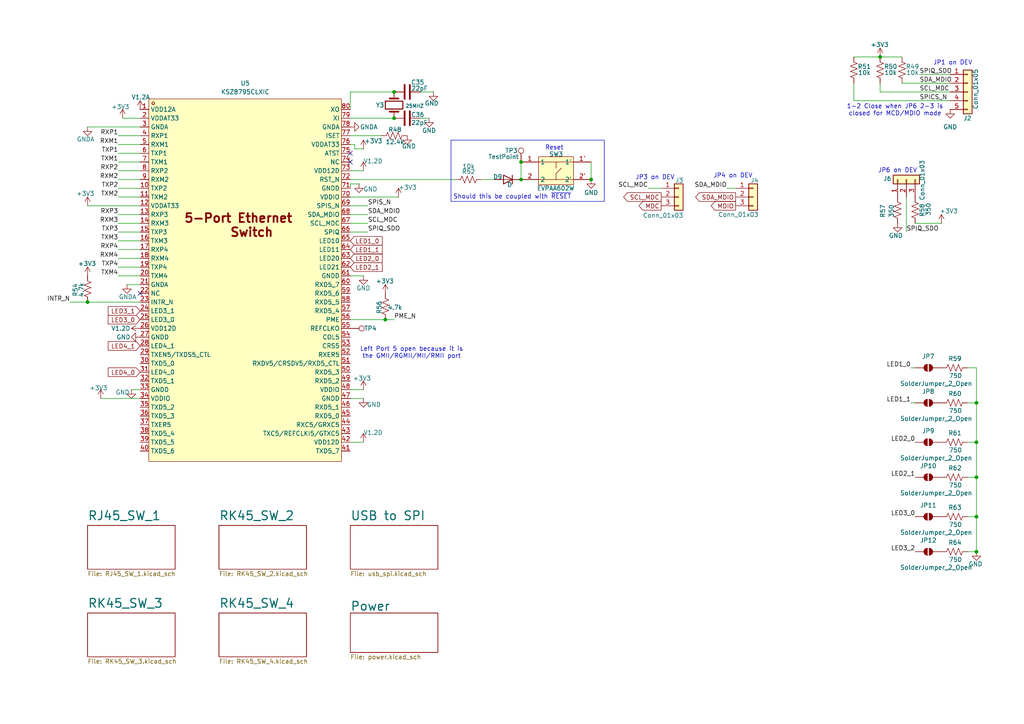
<source format=kicad_sch>
(kicad_sch (version 20250114) (generator "eeschema") (generator_version "9.0")
  (paper "A4")
  (title_block (date "2025-04-01") (rev "1") (company "Bronco Space") (comment 1 "SCALES") (comment 2 "By John Pollak"))
  (lib_symbols
    (symbol "Connector:TestPoint" (pin_numbers (hide yes)) (pin_names (offset 0.762) (hide yes))
      (property "Reference" "TP" (at 0 6.858 0))
      (property "Value" "TestPoint" (at 0 5.08 0))
      (symbol "TestPoint_0_1"
        (circle (center 0 3.302) (radius 0.762))
      )
      (symbol "TestPoint_1_1"
        (pin passive line (at 0 0 90) (length 2.54) (name "1") (number "1"))
      )
    )
    (symbol "Connector_Generic:Conn_01x03" (pin_names (offset 1.016) (hide yes))
      (property "Reference" "J" (at 0 5.08 0))
      (property "Value" "Conn_01x03" (at 0 -5.08 0))
      (symbol "Conn_01x03_1_1"
        (rectangle (start -1.27 3.81) (end 1.27 -3.81) (stroke (width 0.254)) (fill (type background)))
        (rectangle (start -1.27 2.667) (end 0 2.413) (stroke (width 0.1524)))
        (rectangle (start -1.27 0.127) (end 0 -0.127) (stroke (width 0.1524)))
        (rectangle (start -1.27 -2.413) (end 0 -2.667) (stroke (width 0.1524)))
        (pin passive line (at -5.08 2.54 0) (length 3.81) (name "Pin_1") (number "1"))
        (pin passive line (at -5.08 0 0) (length 3.81) (name "Pin_2") (number "2"))
        (pin passive line (at -5.08 -2.54 0) (length 3.81) (name "Pin_3") (number "3"))
      )
    )
    (symbol "Connector_Generic:Conn_01x05" (pin_names (offset 1.016) (hide yes))
      (property "Reference" "J" (at 0 7.62 0))
      (property "Value" "Conn_01x05" (at 0 -7.62 0))
      (symbol "Conn_01x05_1_1"
        (rectangle (start -1.27 6.35) (end 1.27 -6.35) (stroke (width 0.254)) (fill (type background)))
        (rectangle (start -1.27 5.207) (end 0 4.953) (stroke (width 0.1524)))
        (rectangle (start -1.27 2.667) (end 0 2.413) (stroke (width 0.1524)))
        (rectangle (start -1.27 0.127) (end 0 -0.127) (stroke (width 0.1524)))
        (rectangle (start -1.27 -2.413) (end 0 -2.667) (stroke (width 0.1524)))
        (rectangle (start -1.27 -4.953) (end 0 -5.207) (stroke (width 0.1524)))
        (pin passive line (at -5.08 5.08 0) (length 3.81) (name "Pin_1") (number "1"))
        (pin passive line (at -5.08 2.54 0) (length 3.81) (name "Pin_2") (number "2"))
        (pin passive line (at -5.08 0 0) (length 3.81) (name "Pin_3") (number "3"))
        (pin passive line (at -5.08 -2.54 0) (length 3.81) (name "Pin_4") (number "4"))
        (pin passive line (at -5.08 -5.08 0) (length 3.81) (name "Pin_5") (number "5"))
      )
    )
    (symbol "Device:C" (pin_numbers (hide yes)) (pin_names (offset 0.254))
      (property "Reference" "C" (at 0.635 2.54 0))
      (property "Value" "C" (at 0.635 -2.54 0))
      (symbol "C_0_1"
        (polyline (pts (xy -2.032 0.762) (xy 2.032 0.762)) (stroke (width 0.508)))
        (polyline (pts (xy -2.032 -0.762) (xy 2.032 -0.762)) (stroke (width 0.508)))
      )
      (symbol "C_1_1"
        (pin passive line (at 0 3.81 270) (length 2.794) (name "~") (number "1"))
        (pin passive line (at 0 -3.81 90) (length 2.794) (name "~") (number "2"))
      )
    )
    (symbol "Device:Crystal" (pin_numbers (hide yes)) (pin_names (offset 1.016) (hide yes))
      (property "Reference" "Y" (at 0 3.81 0))
      (property "Value" "Crystal" (at 0 -3.81 0))
      (symbol "Crystal_0_1"
        (polyline (pts (xy -2.54 0) (xy -1.905 0)))
        (polyline (pts (xy -1.905 -1.27) (xy -1.905 1.27)) (stroke (width 0.508)))
        (rectangle (start -1.143 2.54) (end 1.143 -2.54) (stroke (width 0.3048)))
        (polyline (pts (xy 1.905 -1.27) (xy 1.905 1.27)) (stroke (width 0.508)))
        (polyline (pts (xy 2.54 0) (xy 1.905 0)))
      )
      (symbol "Crystal_1_1"
        (pin passive line (at -3.81 0 0) (length 1.27) (name "1") (number "1"))
        (pin passive line (at 3.81 0 180) (length 1.27) (name "2") (number "2"))
      )
    )
    (symbol "Device:D" (pin_numbers (hide yes)) (pin_names (offset 1.016) (hide yes))
      (property "Reference" "D" (at 0 2.54 0))
      (property "Value" "D" (at 0 -2.54 0))
      (symbol "D_0_1"
        (polyline (pts (xy -1.27 1.27) (xy -1.27 -1.27)) (stroke (width 0.254)))
        (polyline (pts (xy 1.27 1.27) (xy 1.27 -1.27) (xy -1.27 0) (xy 1.27 1.27)) (stroke (width 0.254)))
        (polyline (pts (xy 1.27 0) (xy -1.27 0)))
      )
      (symbol "D_1_1"
        (pin passive line (at -3.81 0 0) (length 2.54) (name "K") (number "1"))
        (pin passive line (at 3.81 0 180) (length 2.54) (name "A") (number "2"))
      )
    )
    (symbol "Device:R_US" (pin_numbers (hide yes)) (pin_names (offset 0))
      (property "Reference" "R" (at 2.54 0 90))
      (property "Value" "R_US" (at -2.54 0 90))
      (symbol "R_US_0_1"
        (polyline (pts (xy 0 2.286) (xy 0 2.54)))
        (polyline (pts (xy 0 2.286) (xy 1.016 1.905) (xy 0 1.524) (xy -1.016 1.143) (xy 0 0.762)))
        (polyline (pts (xy 0 0.762) (xy 1.016 0.381) (xy 0 0) (xy -1.016 -0.381) (xy 0 -0.762)))
        (polyline (pts (xy 0 -0.762) (xy 1.016 -1.143) (xy 0 -1.524) (xy -1.016 -1.905) (xy 0 -2.286)))
        (polyline (pts (xy 0 -2.286) (xy 0 -2.54)))
      )
      (symbol "R_US_1_1"
        (pin passive line (at 0 3.81 270) (length 1.27) (name "~") (number "1"))
        (pin passive line (at 0 -3.81 90) (length 1.27) (name "~") (number "2"))
      )
    )
    (symbol "Jumper:SolderJumper_2_Open" (pin_numbers (hide yes)) (pin_names (offset 0) (hide yes)) (exclude_from_sim yes) (in_bom no)
      (property "Reference" "JP" (at 0 2.032 0))
      (property "Value" "SolderJumper_2_Open" (at 0 -2.54 0))
      (symbol "SolderJumper_2_Open_0_1"
        (polyline (pts (xy -0.254 1.016) (xy -0.254 -1.016)))
        (arc (start -0.254 -1.016) (mid -1.2656 0) (end -0.254 1.016))
        (arc (start -0.254 -1.016) (mid -1.2656 0) (end -0.254 1.016) (fill (type outline)))
        (arc (start 0.254 1.016) (mid 1.2656 0) (end 0.254 -1.016))
        (arc (start 0.254 1.016) (mid 1.2656 0) (end 0.254 -1.016) (fill (type outline)))
        (polyline (pts (xy 0.254 1.016) (xy 0.254 -1.016)))
      )
      (symbol "SolderJumper_2_Open_1_1"
        (pin passive line (at -3.81 0 0) (length 2.54) (name "A") (number "1"))
        (pin passive line (at 3.81 0 180) (length 2.54) (name "B") (number "2"))
      )
    )
    (symbol "easyeda2kicad:EVPAA602W"
      (property "Reference" "SW" (at 0 7.62 0))
      (property "Value" "EVPAA602W" (at 0 -7.62 0))
      (symbol "EVPAA602W_0_1"
        (rectangle (start -5.08 4.06) (end 5.08 -4.06) (fill (type background)))
        (polyline (pts (xy -5.08 2.54) (xy 5.08 2.54)))
        (polyline (pts (xy -5.08 -2.54) (xy 5.08 -2.54)))
        (polyline (pts (xy 0 2.54) (xy 0 1.02) (xy 0 0.76)))
        (polyline (pts (xy 0 -2.54) (xy 0 -0.76) (xy 1.52 0.76)))
        (pin unspecified line (at -10.16 2.54 0) (length 5.08) (name "1") (number "1"))
        (pin unspecified line (at -10.16 -2.54 0) (length 5.08) (name "2") (number "2"))
        (pin unspecified line (at 10.16 2.54 180) (length 5.08) (name "1'") (number "1'"))
        (pin unspecified line (at 10.16 -2.54 180) (length 5.08) (name "2'") (number "2'"))
      )
    )
    (symbol "easyeda2kicad:KSZ8795CLXIC"
      (property "Reference" "U5" (at 0 57.15 0))
      (property "Value" "KSZ8795CLXIC" (at 0 54.61 0))
      (symbol "KSZ8795CLXIC_0_1"
        (rectangle (start -27.94 52.58) (end 27.94 -52.58) (fill (type background)))
        (circle (center -26.67 51.31) (radius 0.38))
        (circle (center -26.67 51.31) (radius 0.38))
        (pin unspecified line (at -30.48 49.53 0) (length 2.54) (name "VDD12A") (number "1"))
        (pin unspecified line (at -30.48 46.99 0) (length 2.54) (name "VDDAT33") (number "2"))
        (pin unspecified line (at -30.48 44.45 0) (length 2.54) (name "GNDA") (number "3"))
        (pin unspecified line (at -30.48 41.91 0) (length 2.54) (name "RXP1") (number "4"))
        (pin unspecified line (at -30.48 39.37 0) (length 2.54) (name "RXM1") (number "5"))
        (pin unspecified line (at -30.48 36.83 0) (length 2.54) (name "TXP1") (number "6"))
        (pin unspecified line (at -30.48 34.29 0) (length 2.54) (name "TXM1") (number "7"))
        (pin unspecified line (at -30.48 31.75 0) (length 2.54) (name "RXP2") (number "8"))
        (pin unspecified line (at -30.48 29.21 0) (length 2.54) (name "RXM2") (number "9"))
        (pin unspecified line (at -30.48 26.67 0) (length 2.54) (name "TXP2") (number "10"))
        (pin unspecified line (at -30.48 24.13 0) (length 2.54) (name "TXM2") (number "11"))
        (pin unspecified line (at -30.48 21.59 0) (length 2.54) (name "VDDAT33") (number "12"))
        (pin unspecified line (at -30.48 19.05 0) (length 2.54) (name "RXP3") (number "13"))
        (pin unspecified line (at -30.48 16.51 0) (length 2.54) (name "RXM3") (number "14"))
        (pin unspecified line (at -30.48 13.97 0) (length 2.54) (name "TXP3") (number "15"))
        (pin unspecified line (at -30.48 11.43 0) (length 2.54) (name "TXM3") (number "16"))
        (pin unspecified line (at -30.48 8.89 0) (length 2.54) (name "RXP4") (number "17"))
        (pin unspecified line (at -30.48 6.35 0) (length 2.54) (name "RXM4") (number "18"))
        (pin unspecified line (at -30.48 3.81 0) (length 2.54) (name "TXP4") (number "19"))
        (pin unspecified line (at -30.48 1.27 0) (length 2.54) (name "TXM4") (number "20"))
        (pin unspecified line (at -30.48 -1.27 0) (length 2.54) (name "GNDA") (number "21"))
        (pin unspecified line (at -30.48 -3.81 0) (length 2.54) (name "NC") (number "22"))
        (pin unspecified line (at -30.48 -6.35 0) (length 2.54) (name "INTR_N") (number "23"))
        (pin unspecified line (at -30.48 -8.89 0) (length 2.54) (name "LED3_1") (number "24"))
        (pin unspecified line (at -30.48 -11.43 0) (length 2.54) (name "LED3_0") (number "25"))
        (pin unspecified line (at -30.48 -13.97 0) (length 2.54) (name "VDD12D") (number "26"))
        (pin unspecified line (at -30.48 -16.51 0) (length 2.54) (name "GNDD") (number "27"))
        (pin unspecified line (at -30.48 -19.05 0) (length 2.54) (name "LED4_1") (number "28"))
        (pin unspecified line (at -30.48 -21.59 0) (length 2.54) (name "TXEN5/TXDS5_CTL") (number "29"))
        (pin unspecified line (at -30.48 -24.13 0) (length 2.54) (name "TXD5_0") (number "30"))
        (pin unspecified line (at -30.48 -26.67 0) (length 2.54) (name "LED4_0") (number "31"))
        (pin unspecified line (at -30.48 -29.21 0) (length 2.54) (name "TXD5_1") (number "32"))
        (pin unspecified line (at -30.48 -31.75 0) (length 2.54) (name "GNDD") (number "33"))
        (pin unspecified line (at -30.48 -34.29 0) (length 2.54) (name "VDDIO") (number "34"))
        (pin unspecified line (at -30.48 -36.83 0) (length 2.54) (name "TXD5_2") (number "35"))
        (pin unspecified line (at -30.48 -39.37 0) (length 2.54) (name "TXD5_3") (number "36"))
        (pin unspecified line (at -30.48 -41.91 0) (length 2.54) (name "TXER5") (number "37"))
        (pin unspecified line (at -30.48 -44.45 0) (length 2.54) (name "TXD5_4") (number "38"))
        (pin unspecified line (at -30.48 -46.99 0) (length 2.54) (name "TXD5_5") (number "39"))
        (pin unspecified line (at -30.48 -49.53 0) (length 2.54) (name "TXD5_6") (number "40"))
        (pin unspecified line (at 30.48 49.53 180) (length 2.54) (name "XO") (number "80"))
        (pin unspecified line (at 30.48 46.99 180) (length 2.54) (name "XI") (number "79"))
        (pin unspecified line (at 30.48 44.45 180) (length 2.54) (name "GNDA") (number "78"))
        (pin unspecified line (at 30.48 41.91 180) (length 2.54) (name "ISET") (number "77"))
        (pin unspecified line (at 30.48 39.37 180) (length 2.54) (name "VDDAT33") (number "76"))
        (pin unspecified line (at 30.48 36.83 180) (length 2.54) (name "ATST") (number "75"))
        (pin unspecified line (at 30.48 34.29 180) (length 2.54) (name "NC") (number "74"))
        (pin unspecified line (at 30.48 31.75 180) (length 2.54) (name "VDD12D") (number "73"))
        (pin unspecified line (at 30.48 29.21 180) (length 2.54) (name "RST_N") (number "72"))
        (pin unspecified line (at 30.48 26.67 180) (length 2.54) (name "GNDD") (number "71"))
        (pin unspecified line (at 30.48 24.13 180) (length 2.54) (name "VDDIO") (number "70"))
        (pin unspecified line (at 30.48 21.59 180) (length 2.54) (name "SPIS_N") (number "69"))
        (pin unspecified line (at 30.48 19.05 180) (length 2.54) (name "SDA_MDIO") (number "68"))
        (pin unspecified line (at 30.48 16.51 180) (length 2.54) (name "SCL_MDC") (number "67"))
        (pin unspecified line (at 30.48 13.97 180) (length 2.54) (name "SPIQ") (number "66"))
        (pin unspecified line (at 30.48 11.43 180) (length 2.54) (name "LED10") (number "65"))
        (pin unspecified line (at 30.48 8.89 180) (length 2.54) (name "LED11") (number "64"))
        (pin unspecified line (at 30.48 6.35 180) (length 2.54) (name "LED20") (number "63"))
        (pin unspecified line (at 30.48 3.81 180) (length 2.54) (name "LED21") (number "62"))
        (pin unspecified line (at 30.48 1.27 180) (length 2.54) (name "GNDD") (number "61"))
        (pin unspecified line (at 30.48 -1.27 180) (length 2.54) (name "RXD5_7") (number "60"))
        (pin unspecified line (at 30.48 -3.81 180) (length 2.54) (name "RXD5_6") (number "59"))
        (pin unspecified line (at 30.48 -6.35 180) (length 2.54) (name "RXD5_5") (number "58"))
        (pin unspecified line (at 30.48 -8.89 180) (length 2.54) (name "RXD5_4") (number "57"))
        (pin unspecified line (at 30.48 -11.43 180) (length 2.54) (name "PME") (number "56"))
        (pin unspecified line (at 30.48 -13.97 180) (length 2.54) (name "REFCLKO") (number "55"))
        (pin unspecified line (at 30.48 -16.51 180) (length 2.54) (name "COL5") (number "54"))
        (pin unspecified line (at 30.48 -19.05 180) (length 2.54) (name "CRS5") (number "53"))
        (pin unspecified line (at 30.48 -21.59 180) (length 2.54) (name "RXER5") (number "52"))
        (pin unspecified line (at 30.48 -24.13 180) (length 2.54) (name "RXDV5/CRSDV5/RXD5_CTL") (number "51"))
        (pin unspecified line (at 30.48 -26.67 180) (length 2.54) (name "RXD5_3") (number "50"))
        (pin unspecified line (at 30.48 -29.21 180) (length 2.54) (name "RXD5_2") (number "49"))
        (pin unspecified line (at 30.48 -31.75 180) (length 2.54) (name "VDDIO") (number "48"))
        (pin unspecified line (at 30.48 -34.29 180) (length 2.54) (name "GNDD") (number "47"))
        (pin unspecified line (at 30.48 -36.83 180) (length 2.54) (name "RXD5_1") (number "46"))
        (pin unspecified line (at 30.48 -39.37 180) (length 2.54) (name "RXD5_0") (number "45"))
        (pin unspecified line (at 30.48 -41.91 180) (length 2.54) (name "RXC5/GRXC5") (number "44"))
        (pin unspecified line (at 30.48 -44.45 180) (length 2.54) (name "TXC5/REFCLKI5/GTXC5") (number "43"))
        (pin unspecified line (at 30.48 -46.99 180) (length 2.54) (name "VDD12D") (number "42"))
        (pin unspecified line (at 30.48 -49.53 180) (length 2.54) (name "TXD5_7") (number "41"))
      )
      (symbol "KSZ8795CLXIC_1_1"
        (text "5-Port Ethernet \n   Switch" (at -1.016 16.002 0) (effects (font (size 2.54 2.54) (thickness 0.508) (bold yes))))
      )
    )
    (symbol "power:+1V2" (power) (pin_numbers (hide yes)) (pin_names (offset 0) (hide yes))
      (property "Value" "+1V2" (at 0 3.556 0))
      (symbol "+1V2_0_1"
        (polyline (pts (xy -0.762 1.27) (xy 0 2.54)))
        (polyline (pts (xy 0 2.54) (xy 0.762 1.27)))
        (polyline (pts (xy 0 0) (xy 0 2.54)))
      )
      (symbol "+1V2_1_1"
        (pin power_in line (at 0 0 90) (length 0) (name "~") (number "1"))
      )
    )
    (symbol "power:+3V3" (power) (pin_numbers (hide yes)) (pin_names (offset 0) (hide yes))
      (property "Value" "+3V3" (at 0 3.556 0))
      (symbol "+3V3_0_1"
        (polyline (pts (xy -0.762 1.27) (xy 0 2.54)))
        (polyline (pts (xy 0 2.54) (xy 0.762 1.27)))
        (polyline (pts (xy 0 0) (xy 0 2.54)))
      )
      (symbol "+3V3_1_1"
        (pin power_in line (at 0 0 90) (length 0) (name "~") (number "1"))
      )
    )
    (symbol "power:GND" (power) (pin_numbers (hide yes)) (pin_names (offset 0) (hide yes))
      (property "Value" "GND" (at 0 -3.81 0))
      (symbol "GND_0_1"
        (polyline (pts (xy 0 0) (xy 0 -1.27) (xy 1.27 -1.27) (xy 0 -2.54) (xy -1.27 -1.27) (xy 0 -1.27)))
      )
      (symbol "GND_1_1"
        (pin power_in line (at 0 0 270) (length 0) (name "~") (number "1"))
      )
    )
  )
  (rectangle (start 130.81 40.64) (end 175.26 58.42))
  (text "JP6 on DEV\n" (at 260.35 49.53 0) (effects (font (size 1.27 1.27))))
  (text "Should this be coupled with ~{RESET}" (at 148.59 57.15 0) (effects (font (size 1.27 1.27))))
  (text "JP1 on DEV" (at 276.352 18.288 0) (effects (font (size 1.27 1.27))))
  (text "Left Port 5 open because it is\nthe GMII/RGMII/MII/RMII port" (at 119.38 102.362 0) (effects (font (size 1.27 1.27))))
  (text "Reset\n" (at 160.782 42.926 0) (effects (font (size 1.27 1.27))))
  (text "JP4 on DEV\n" (at 212.598 51.054 0) (effects (font (size 1.27 1.27))))
  (text "1-2 Close when JP6 2-3 is\nclosed for MCD/MDIO mode" (at 259.588 32.004 0) (effects (font (size 1.27 1.27))))
  (text "JP3 on DEV\n" (at 189.992 51.562 0) (effects (font (size 1.27 1.27))))
  (junction (at 283.21 116.84))
  (junction (at 283.21 149.86))
  (junction (at 283.21 128.27))
  (junction (at 25.4 87.63))
  (junction (at 114.3 34.29))
  (junction (at 283.21 138.43))
  (junction (at 151.13 52.07))
  (junction (at 151.13 46.99))
  (junction (at 171.45 52.07))
  (junction (at 114.3 26.67))
  (junction (at 111.76 92.71))
  (junction (at 255.27 16.51))
  (junction (at 283.21 160.02))
  (no_connect (at 40.64 85.09))
  (no_connect (at 101.6 44.45))
  (no_connect (at 101.6 46.99))
  (wire (pts (xy 34.29 80.01) (xy 40.64 80.01)))
  (wire (pts (xy 101.6 52.07) (xy 132.08 52.07)))
  (wire (pts (xy 106.68 67.31) (xy 101.6 67.31)))
  (wire (pts (xy 283.21 116.84) (xy 283.21 128.27)))
  (wire (pts (xy 187.96 54.61) (xy 191.77 54.61)))
  (wire (pts (xy 273.05 64.77) (xy 265.43 64.77)))
  (wire (pts (xy 101.6 54.61) (xy 101.6 53.34)))
  (wire (pts (xy 266.7 21.59) (xy 275.59 21.59)))
  (wire (pts (xy 34.29 64.77) (xy 40.64 64.77)))
  (wire (pts (xy 35.56 34.29) (xy 40.64 34.29)))
  (wire (pts (xy 101.6 31.75) (xy 101.6 26.67)))
  (wire (pts (xy 34.29 57.15) (xy 40.64 57.15)))
  (wire (pts (xy 255.27 24.13) (xy 255.27 26.67)))
  (wire (pts (xy 280.67 128.27) (xy 283.21 128.27)))
  (wire (pts (xy 20.32 87.63) (xy 25.4 87.63)))
  (wire (pts (xy 36.83 82.55) (xy 40.64 82.55)))
  (wire (pts (xy 125.73 26.67) (xy 121.92 26.67)))
  (wire (pts (xy 283.21 138.43) (xy 283.21 149.86)))
  (wire (pts (xy 34.29 54.61) (xy 40.64 54.61)))
  (wire (pts (xy 105.41 80.01) (xy 101.6 80.01)))
  (wire (pts (xy 139.7 52.07) (xy 143.51 52.07)))
  (wire (pts (xy 210.82 54.61) (xy 213.36 54.61)))
  (wire (pts (xy 34.29 62.23) (xy 40.64 62.23)))
  (wire (pts (xy 264.16 106.68) (xy 265.43 106.68)))
  (wire (pts (xy 110.49 39.37) (xy 101.6 39.37)))
  (wire (pts (xy 106.68 59.69) (xy 101.6 59.69)))
  (wire (pts (xy 101.6 53.34) (xy 104.14 53.34)))
  (wire (pts (xy 283.21 160.02) (xy 280.67 160.02)))
  (wire (pts (xy 247.65 16.51) (xy 255.27 16.51)))
  (wire (pts (xy 34.29 46.99) (xy 40.64 46.99)))
  (wire (pts (xy 114.3 92.71) (xy 111.76 92.71)))
  (wire (pts (xy 38.1 113.03) (xy 40.64 113.03)))
  (wire (pts (xy 280.67 116.84) (xy 283.21 116.84)))
  (wire (pts (xy 34.29 69.85) (xy 40.64 69.85)))
  (wire (pts (xy 255.27 16.51) (xy 261.62 16.51)))
  (wire (pts (xy 105.41 113.03) (xy 101.6 113.03)))
  (wire (pts (xy 29.21 115.57) (xy 40.64 115.57)))
  (wire (pts (xy 25.4 59.69) (xy 40.64 59.69)))
  (wire (pts (xy 255.27 26.67) (xy 275.59 26.67)))
  (wire (pts (xy 34.29 49.53) (xy 40.64 49.53)))
  (wire (pts (xy 101.6 92.71) (xy 111.76 92.71)))
  (wire (pts (xy 280.67 106.68) (xy 283.21 106.68)))
  (wire (pts (xy 261.62 24.13) (xy 275.59 24.13)))
  (wire (pts (xy 262.89 67.31) (xy 262.89 57.15)))
  (wire (pts (xy 34.29 44.45) (xy 40.64 44.45)))
  (wire (pts (xy 247.65 24.13) (xy 247.65 29.21)))
  (wire (pts (xy 102.87 41.91) (xy 102.87 43.18)))
  (wire (pts (xy 105.41 128.27) (xy 101.6 128.27)))
  (wire (pts (xy 171.45 52.07) (xy 171.45 46.99)))
  (wire (pts (xy 34.29 67.31) (xy 40.64 67.31)))
  (wire (pts (xy 102.87 43.18) (xy 105.41 43.18)))
  (wire (pts (xy 105.41 49.53) (xy 101.6 49.53)))
  (wire (pts (xy 34.29 77.47) (xy 40.64 77.47)))
  (wire (pts (xy 105.41 115.57) (xy 101.6 115.57)))
  (wire (pts (xy 34.29 52.07) (xy 40.64 52.07)))
  (wire (pts (xy 247.65 29.21) (xy 275.59 29.21)))
  (wire (pts (xy 283.21 128.27) (xy 283.21 138.43)))
  (wire (pts (xy 280.67 138.43) (xy 283.21 138.43)))
  (wire (pts (xy 283.21 106.68) (xy 283.21 116.84)))
  (wire (pts (xy 264.16 116.84) (xy 265.43 116.84)))
  (wire (pts (xy 151.13 52.07) (xy 151.13 46.99)))
  (wire (pts (xy 25.4 36.83) (xy 40.64 36.83)))
  (wire (pts (xy 101.6 34.29) (xy 114.3 34.29)))
  (wire (pts (xy 106.68 64.77) (xy 101.6 64.77)))
  (wire (pts (xy 283.21 149.86) (xy 283.21 160.02)))
  (wire (pts (xy 101.6 26.67) (xy 114.3 26.67)))
  (wire (pts (xy 34.29 74.93) (xy 40.64 74.93)))
  (wire (pts (xy 106.68 62.23) (xy 101.6 62.23)))
  (wire (pts (xy 115.57 57.15) (xy 101.6 57.15)))
  (wire (pts (xy 101.6 41.91) (xy 102.87 41.91)))
  (wire (pts (xy 34.29 41.91) (xy 40.64 41.91)))
  (wire (pts (xy 280.67 149.86) (xy 283.21 149.86)))
  (wire (pts (xy 34.29 72.39) (xy 40.64 72.39)))
  (wire (pts (xy 124.46 34.29) (xy 121.92 34.29)))
  (wire (pts (xy 40.64 87.63) (xy 25.4 87.63)))
  (wire (pts (xy 34.29 39.37) (xy 40.64 39.37)))
  (label "RXP4" (at 34.29 72.39 180))
  (label "SPIQ_SDO" (at 266.7 21.59 0))
  (label "TXP3" (at 34.29 67.31 180))
  (label "RXM3" (at 34.29 64.77 180))
  (label "SDA_MDIO" (at 106.68 62.23 0))
  (label "RXP2" (at 34.29 49.53 180))
  (label "TXM4" (at 34.29 80.01 180))
  (label "RXM2" (at 34.29 52.07 180))
  (label "RXM1" (at 34.29 41.91 180))
  (label "SPIQ_SDO" (at 106.68 67.31 0))
  (label "SCL_MDC" (at 106.68 64.77 0))
  (label "PME_N" (at 114.3 92.71 0))
  (label "LED3_2" (at 265.43 160.02 180))
  (label "SCL_MDC" (at 187.96 54.61 180))
  (label "TXM3" (at 34.29 69.85 180))
  (label "LED1_0" (at 264.16 106.68 180))
  (label "SCL_MDC" (at 266.7 26.67 0))
  (label "TXP1" (at 34.29 44.45 180))
  (label "SPICS_N" (at 266.7 29.21 0))
  (label "TXM2" (at 34.29 57.15 180))
  (label "RXP1" (at 34.29 39.37 180))
  (label "SDA_MDIO" (at 266.7 24.13 0))
  (label "RXM4" (at 34.29 74.93 180))
  (label "SDA_MDIO" (at 210.82 54.61 180))
  (label "LED2_1" (at 265.43 138.43 180))
  (label "TXP2" (at 34.29 54.61 180))
  (label "LED1_1" (at 264.16 116.84 180))
  (label "RXP3" (at 34.29 62.23 180))
  (label "LED2_0" (at 265.43 128.27 180))
  (label "TXM1" (at 34.29 46.99 180))
  (label "LED3_0" (at 265.43 149.86 180))
  (label "SPIQ_SDO" (at 262.89 67.31 0))
  (label "SPIS_N" (at 106.68 59.69 0))
  (label "INTR_N" (at 20.32 87.63 180))
  (label "TXP4" (at 34.29 77.47 180))
  (global_label "LED2_0" (shape input) (at 101.6 74.93 0) (property "Intersheetrefs" "${INTERSHEET_REFS}" (effects (hide yes))))
  (global_label "LED4_0" (shape input) (at 40.64 107.95 180) (property "Intersheetrefs" "${INTERSHEET_REFS}" (effects (hide yes))))
  (global_label "LED1_0" (shape input) (at 101.6 69.85 0) (property "Intersheetrefs" "${INTERSHEET_REFS}" (effects (hide yes))))
  (global_label "LED1_1" (shape input) (at 101.6 72.39 0) (property "Intersheetrefs" "${INTERSHEET_REFS}" (effects (hide yes))))
  (global_label "LED2_1" (shape input) (at 101.6 77.47 0) (property "Intersheetrefs" "${INTERSHEET_REFS}" (effects (hide yes))))
  (global_label "LED3_0" (shape input) (at 40.64 92.71 180) (property "Intersheetrefs" "${INTERSHEET_REFS}" (effects (hide yes))))
  (global_label "LED4_1" (shape input) (at 40.64 100.33 180) (property "Intersheetrefs" "${INTERSHEET_REFS}" (effects (hide yes))))
  (global_label "MDC" (shape output) (at 191.77 59.69 180) (property "Intersheetrefs" "${INTERSHEET_REFS}" (effects (hide yes))))
  (global_label "SCL_MDC" (shape output) (at 191.77 57.15 180) (property "Intersheetrefs" "${INTERSHEET_REFS}" (effects (hide yes))))
  (global_label "SDA_MDIO" (shape output) (at 213.36 57.15 180) (property "Intersheetrefs" "${INTERSHEET_REFS}" (effects (hide yes))))
  (global_label "MDIO" (shape output) (at 213.36 59.69 180) (property "Intersheetrefs" "${INTERSHEET_REFS}" (effects (hide yes))))
  (global_label "LED3_1" (shape input) (at 40.64 90.17 180) (property "Intersheetrefs" "${INTERSHEET_REFS}" (effects (hide yes))))
  (symbol (lib_id "power:GND") (at 105.41 80.01 0) (unit 1)
    (property "Reference" "#PWR094" (effects (hide yes)))
    (property "Value" "GND" (at 107.442 83.566 0) (effects (justify right)))
    (property "Description" "Power symbol creates a global label with name \"GND\" , ground" (effects (hide yes)))
  )
  (symbol (lib_id "Device:R_US") (at 276.86 128.27 270) (unit 1)
    (property "Reference" "R61" (at 276.987 125.603 90))
    (property "Value" "750" (at 277.114 130.556 90))
    (property "Footprint" "Resistor_SMD:R_0603_1608Metric" (effects (hide yes)))
    (property "Description" "Resistor, US symbol" (effects (hide yes)))
  )
  (symbol (lib_id "Connector_Generic:Conn_01x03") (at 218.44 57.15 0) (unit 1)
    (property "Reference" "J4" (at 217.678 52.324 0) (effects (justify left)))
    (property "Value" "Conn_01x03" (at 208.28 62.23 0) (effects (justify left)))
    (property "Footprint" "Connector_Molex:Molex_KK-396_A-41791-0003_1x03_P3.96mm_Vertical" (effects (hide yes)))
    (property "Description" "Generic connector, single row, 01x03, script generated (kicad-library-utils/schlib/autogen/connector/)" (effects (hide yes)))
  )
  (symbol (lib_id "Device:R_US") (at 247.65 20.32 180) (unit 1)
    (property "Reference" "R51" (at 250.698 19.304 0))
    (property "Value" "10k" (at 250.698 21.082 0))
    (property "Footprint" "Resistor_SMD:R_0603_1608Metric" (effects (hide yes)))
    (property "Description" "Resistor, US symbol" (effects (hide yes)))
  )
  (symbol (lib_id "Device:R_US") (at 114.3 39.37 90) (unit 1)
    (property "Reference" "R48" (at 114.554 37.592 90))
    (property "Value" "12.4k" (at 114.554 41.148 90))
    (property "Footprint" "Resistor_SMD:R_0603_1608Metric" (effects (hide yes)))
    (property "Description" "Resistor, US symbol" (effects (hide yes)))
  )
  (symbol (lib_id "Device:R_US") (at 276.86 138.43 270) (unit 1)
    (property "Reference" "R62" (at 276.987 135.763 90))
    (property "Value" "750" (at 277.114 140.716 90))
    (property "Footprint" "Resistor_SMD:R_0603_1608Metric" (effects (hide yes)))
    (property "Description" "Resistor, US symbol" (effects (hide yes)))
  )
  (symbol (lib_id "easyeda2kicad:KSZ8795CLXIC") (at 71.12 81.28 0) (unit 1)
    (property "Reference" "U5" (at 71.12 24.13 0))
    (property "Value" "KSZ8795CLXIC" (at 71.12 26.67 0))
    (property "Footprint" "easyeda2kicad:LQFP-80_L10.0-W10.0-P0.40-LS12.2-BL" (effects (hide yes)))
    (property "Datasheet" "https://lcsc.com/product-detail/Ethernet-ICs_MICROCHIP_KSZ8795CLXIC_KSZ8795CLXIC_C69416.html" (effects (hide yes)))
    (property "LCSC Part" "C69416" (effects (hide yes)))
  )
  (symbol (lib_id "power:GND") (at 38.1 113.03 0) (unit 1)
    (property "Reference" "#PWR096" (effects (hide yes)))
    (property "Value" "GND" (at 37.592 113.792 0) (effects (justify right)))
    (property "Description" "Power symbol creates a global label with name \"GND\" , ground" (effects (hide yes)))
  )
  (symbol (lib_id "Device:R_US") (at 135.89 52.07 270) (unit 1)
    (property "Reference" "R52" (at 135.89 49.784 90))
    (property "Value" "10k" (at 135.89 48.26 90))
    (property "Footprint" "Resistor_SMD:R_0603_1608Metric" (effects (hide yes)))
    (property "Description" "Resistor, US symbol" (effects (hide yes)))
  )
  (symbol (lib_id "Device:Crystal") (at 114.3 30.48 90) (unit 1)
    (property "Reference" "Y3" (at 108.966 30.48 90) (effects (justify right)))
    (property "Value" "25MHZ" (at 117.602 30.734 90) (effects (font (size 1.016 1.016)) (justify right)))
    (property "Footprint" "Crystal:Crystal_SMD_2012-2Pin_2.0x1.2mm" (effects (hide yes)))
    (property "Description" "Two pin crystal" (effects (hide yes)))
  )
  (symbol (lib_id "Device:R_US") (at 276.86 116.84 270) (unit 1)
    (property "Reference" "R60" (at 276.987 114.173 90))
    (property "Value" "750" (at 277.114 119.126 90))
    (property "Footprint" "Resistor_SMD:R_0603_1608Metric" (effects (hide yes)))
    (property "Description" "Resistor, US symbol" (effects (hide yes)))
  )
  (symbol (lib_id "Connector_Generic:Conn_01x03") (at 262.89 52.07 90) (unit 1)
    (property "Reference" "J6" (at 258.572 51.816 90) (effects (justify left)))
    (property "Value" "Conn_01x03" (at 267.462 58.166 0) (effects (justify left)))
    (property "Footprint" "Connector_Molex:Molex_KK-396_A-41791-0003_1x03_P3.96mm_Vertical" (effects (hide yes)))
    (property "Description" "Generic connector, single row, 01x03, script generated (kicad-library-utils/schlib/autogen/connector/)" (effects (hide yes)))
  )
  (symbol (lib_id "power:GND") (at 124.46 34.29 0) (unit 1)
    (property "Reference" "#PWR0109" (effects (hide yes)))
    (property "Value" "GND" (at 126.492 37.846 0) (effects (justify right)))
    (property "Description" "Power symbol creates a global label with name \"GND\" , ground" (effects (hide yes)))
  )
  (symbol (lib_id "power:GND") (at 101.6 36.83 90) (unit 1)
    (property "Reference" "#PWR090" (effects (hide yes)))
    (property "Value" "GNDA" (at 104.394 36.83 90) (effects (justify right)))
    (property "Description" "Power symbol creates a global label with name \"GND\" , ground" (effects (hide yes)))
  )
  (symbol (lib_id "Device:R_US") (at 25.4 83.82 0) (unit 1)
    (property "Reference" "R54" (at 21.844 84.074 90))
    (property "Value" "4.7k" (at 23.622 84.074 90))
    (property "Footprint" "Resistor_SMD:R_0603_1608Metric" (effects (hide yes)))
    (property "Description" "Resistor, US symbol" (effects (hide yes)))
  )
  (symbol (lib_id "Jumper:SolderJumper_2_Open") (at 269.24 106.68 180) (unit 1)
    (property "Reference" "JP7" (at 269.24 103.378 0))
    (property "Value" "SolderJumper_2_Open" (at 271.526 111.252 0))
    (property "Footprint" "Jumper:SolderJumper-2_P1.3mm_Open_RoundedPad1.0x1.5mm" (effects (hide yes)))
    (property "Description" "Solder Jumper, 2-pole, open" (effects (hide yes)))
  )
  (symbol (lib_id "Device:R_US") (at 276.86 106.68 270) (unit 1)
    (property "Reference" "R59" (at 276.987 104.013 90))
    (property "Value" "750" (at 277.114 108.966 90))
    (property "Footprint" "Resistor_SMD:R_0603_1608Metric" (effects (hide yes)))
    (property "Description" "Resistor, US symbol" (effects (hide yes)))
  )
  (symbol (lib_id "power:GND") (at 171.45 52.07 0) (unit 1)
    (property "Reference" "#PWR0113" (effects (hide yes)))
    (property "Value" "GND" (at 171.45 55.88 0))
    (property "Description" "Power symbol creates a global label with name \"GND\" , ground" (effects (hide yes)))
  )
  (symbol (lib_id "power:+3V3") (at 25.4 80.01 0) (unit 1)
    (property "Reference" "#PWR0118" (effects (hide yes)))
    (property "Value" "+3V3" (at 22.606 76.454 0) (effects (justify left)))
    (property "Description" "Power symbol creates a global label with name \"+3V3\"" (effects (hide yes)))
  )
  (symbol (lib_id "power:+3V3") (at 105.41 113.03 0) (unit 1)
    (property "Reference" "#PWR0103" (effects (hide yes)))
    (property "Value" "+3V3" (at 102.362 109.728 0) (effects (justify left)))
    (property "Description" "Power symbol creates a global label with name \"+3V3\"" (effects (hide yes)))
  )
  (symbol (lib_id "Device:C") (at 118.11 26.67 90) (unit 1)
    (property "Reference" "C35" (at 121.158 23.876 90))
    (property "Value" "22pF" (at 121.666 25.654 90))
    (property "Footprint" "Capacitor_SMD:C_0402_1005Metric" (effects (hide yes)))
    (property "Description" "Unpolarized capacitor" (effects (hide yes)))
  )
  (symbol (lib_id "Device:R_US") (at 255.27 20.32 180) (unit 1)
    (property "Reference" "R50" (at 258.318 19.304 0))
    (property "Value" "10k" (at 258.318 21.082 0))
    (property "Footprint" "Resistor_SMD:R_0603_1608Metric" (effects (hide yes)))
    (property "Description" "Resistor, US symbol" (effects (hide yes)))
  )
  (symbol (lib_id "Connector_Generic:Conn_01x05") (at 280.67 26.67 0) (unit 1)
    (property "Reference" "J2" (at 279.4 34.29 0) (effects (justify left)))
    (property "Value" "Conn_01x05" (at 282.956 31.75 90) (effects (justify left)))
    (property "Footprint" "Connector_PinHeader_1.00mm:PinHeader_1x05_P1.00mm_Vertical" (effects (hide yes)))
    (property "Description" "Generic connector, single row, 01x05, script generated (kicad-library-utils/schlib/autogen/connector/)" (effects (hide yes)))
  )
  (symbol (lib_id "Device:R_US") (at 111.76 88.9 0) (unit 1)
    (property "Reference" "R56" (at 109.982 89.154 90))
    (property "Value" "4.7k" (at 114.554 89.154 0))
    (property "Footprint" "Resistor_SMD:R_0603_1608Metric" (effects (hide yes)))
    (property "Description" "Resistor, US symbol" (effects (hide yes)))
  )
  (symbol (lib_id "power:GND") (at 260.35 64.77 0) (unit 1)
    (property "Reference" "#PWR0132" (effects (hide yes)))
    (property "Value" "GND" (at 261.874 68.326 0) (effects (justify right)))
    (property "Description" "Power symbol creates a global label with name \"GND\" , ground" (effects (hide yes)))
  )
  (symbol (lib_id "Connector:TestPoint") (at 101.6 95.25 270) (unit 1)
    (property "Reference" "TP4" (at 107.442 95.25 90))
    (property "Value" "TestPoint" (effects (hide yes)))
    (property "Footprint" "TestPoint:TestPoint_Pad_1.0x1.0mm" (effects (hide yes)))
    (property "Description" "test point" (effects (hide yes)))
  )
  (symbol (lib_id "power:GND") (at 104.14 53.34 0) (unit 1)
    (property "Reference" "#PWR093" (effects (hide yes)))
    (property "Value" "GND" (at 109.474 54.864 0) (effects (justify right)))
    (property "Description" "Power symbol creates a global label with name \"GND\" , ground" (effects (hide yes)))
  )
  (symbol (lib_id "Jumper:SolderJumper_2_Open") (at 269.24 138.43 180) (unit 1)
    (property "Reference" "JP10" (at 269.24 135.128 0))
    (property "Value" "SolderJumper_2_Open" (at 271.526 143.002 0))
    (property "Footprint" "Jumper:SolderJumper-2_P1.3mm_Open_RoundedPad1.0x1.5mm" (effects (hide yes)))
    (property "Description" "Solder Jumper, 2-pole, open" (effects (hide yes)))
  )
  (symbol (lib_id "power:+3V3") (at 35.56 34.29 0) (unit 1)
    (property "Reference" "#PWR099" (effects (hide yes)))
    (property "Value" "+3V3" (at 32.258 30.988 0) (effects (justify left)))
    (property "Description" "Power symbol creates a global label with name \"+3V3\"" (effects (hide yes)))
  )
  (symbol (lib_id "power:GND") (at 25.4 36.83 0) (unit 1)
    (property "Reference" "#PWR091" (effects (hide yes)))
    (property "Value" "GNDA" (at 27.432 40.386 0) (effects (justify right)))
    (property "Description" "Power symbol creates a global label with name \"GND\" , ground" (effects (hide yes)))
  )
  (symbol (lib_id "Device:R_US") (at 260.35 60.96 0) (unit 1)
    (property "Reference" "R57" (at 256.032 61.214 90))
    (property "Value" "350" (at 258.572 61.214 90))
    (property "Footprint" "Resistor_SMD:R_0603_1608Metric" (effects (hide yes)))
    (property "Description" "Resistor, US symbol" (effects (hide yes)))
  )
  (symbol (lib_id "Device:R_US") (at 276.86 160.02 270) (unit 1)
    (property "Reference" "R64" (at 276.987 157.353 90))
    (property "Value" "750" (at 277.114 162.306 90))
    (property "Footprint" "Resistor_SMD:R_0603_1608Metric" (effects (hide yes)))
    (property "Description" "Resistor, US symbol" (effects (hide yes)))
  )
  (symbol (lib_id "Jumper:SolderJumper_2_Open") (at 269.24 160.02 180) (unit 1)
    (property "Reference" "JP12" (at 269.24 156.718 0))
    (property "Value" "SolderJumper_2_Open" (at 271.526 164.592 0))
    (property "Footprint" "Jumper:SolderJumper-2_P1.3mm_Open_RoundedPad1.0x1.5mm" (effects (hide yes)))
    (property "Description" "Solder Jumper, 2-pole, open" (effects (hide yes)))
  )
  (symbol (lib_id "power:+3V3") (at 255.27 16.51 0) (unit 1)
    (property "Reference" "#PWR0112" (effects (hide yes)))
    (property "Value" "+3V3" (at 252.476 12.954 0) (effects (justify left)))
    (property "Description" "Power symbol creates a global label with name \"+3V3\"" (effects (hide yes)))
  )
  (symbol (lib_id "easyeda2kicad:EVPAA602W") (at 161.29 49.53 0) (unit 1)
    (property "Reference" "SW3" (at 159.258 44.704 0) (effects (justify left)))
    (property "Value" "EVPAA602W" (at 155.702 54.61 0) (effects (justify left)))
    (property "Footprint" "easyeda2kicad:KEY-TH_4P-L3.5-W4.9-P2.80-LS4.3" (effects (hide yes)))
    (property "Datasheet" "https://lcsc.com/product-detail/Tactile-Switches_PANASONIC_EVPAA602W_Switch-3-5-2-9-1-7Plastic-head-3-5N-0-15mm-SMD_C79148.html" (effects (hide yes)))
    (property "LCSC Part" "C79148" (effects (hide yes)))
  )
  (symbol (lib_id "power:+3V3") (at 25.4 59.69 0) (unit 1)
    (property "Reference" "#PWR0100" (effects (hide yes)))
    (property "Value" "+3V3" (at 22.098 56.134 0) (effects (justify left)))
    (property "Description" "Power symbol creates a global label with name \"+3V3\"" (effects (hide yes)))
  )
  (symbol (lib_id "power:+3V3") (at 111.76 85.09 0) (unit 1)
    (property "Reference" "#PWR0121" (effects (hide yes)))
    (property "Value" "+3V3" (at 108.966 81.534 0) (effects (justify left)))
    (property "Description" "Power symbol creates a global label with name \"+3V3\"" (effects (hide yes)))
  )
  (symbol (lib_id "Connector:TestPoint") (at 151.13 46.99 0) (unit 1)
    (property "Reference" "TP3" (at 148.336 43.688 0))
    (property "Value" "TestPoint" (at 146.05 45.466 0))
    (property "Footprint" "TestPoint:TestPoint_Pad_1.0x1.0mm" (effects (hide yes)))
    (property "Description" "test point" (effects (hide yes)))
  )
  (symbol (lib_id "Connector_Generic:Conn_01x03") (at 196.85 57.15 0) (unit 1)
    (property "Reference" "J3" (at 195.834 52.324 0) (effects (justify left)))
    (property "Value" "Conn_01x03" (at 186.436 62.484 0) (effects (justify left)))
    (property "Footprint" "Connector_Molex:Molex_KK-396_A-41791-0003_1x03_P3.96mm_Vertical" (effects (hide yes)))
    (property "Description" "Generic connector, single row, 01x03, script generated (kicad-library-utils/schlib/autogen/connector/)" (effects (hide yes)))
  )
  (symbol (lib_id "power:GND") (at 118.11 39.37 0) (unit 1)
    (property "Reference" "#PWR0108" (effects (hide yes)))
    (property "Value" "GND" (at 120.65 42.418 0) (effects (justify right)))
    (property "Description" "Power symbol creates a global label with name \"GND\" , ground" (effects (hide yes)))
  )
  (symbol (lib_id "Device:R_US") (at 265.43 60.96 0) (unit 1)
    (property "Reference" "R58" (at 267.462 60.96 90))
    (property "Value" "350" (at 269.24 60.706 90))
    (property "Footprint" "Resistor_SMD:R_0603_1608Metric" (effects (hide yes)))
    (property "Description" "Resistor, US symbol" (effects (hide yes)))
  )
  (symbol (lib_id "power:+1V2") (at 105.41 128.27 0) (unit 1)
    (property "Reference" "#PWR0106" (effects (hide yes)))
    (property "Value" "V1.2D" (at 105.41 125.476 0) (effects (justify left)))
    (property "Description" "Power symbol creates a global label with name \"+1V2\"" (effects (hide yes)))
  )
  (symbol (lib_id "power:+3V3") (at 273.05 64.77 0) (unit 1)
    (property "Reference" "#PWR0131" (effects (hide yes)))
    (property "Value" "+3V3" (at 272.542 61.214 0) (effects (justify left)))
    (property "Description" "Power symbol creates a global label with name \"+3V3\"" (effects (hide yes)))
  )
  (symbol (lib_id "power:+1V2") (at 105.41 49.53 0) (unit 1)
    (property "Reference" "#PWR0107" (effects (hide yes)))
    (property "Value" "V1.2D" (at 105.41 46.736 0) (effects (justify left)))
    (property "Description" "Power symbol creates a global label with name \"+1V2\"" (effects (hide yes)))
  )
  (symbol (lib_id "power:GND") (at 125.73 26.67 0) (unit 1)
    (property "Reference" "#PWR0110" (effects (hide yes)))
    (property "Value" "GND" (at 127.254 29.972 0) (effects (justify right)))
    (property "Description" "Power symbol creates a global label with name \"GND\" , ground" (effects (hide yes)))
  )
  (symbol (lib_id "power:+1V2") (at 40.64 31.75 0) (unit 1)
    (property "Reference" "#PWR098" (effects (hide yes)))
    (property "Value" "V1.2A" (at 38.1 28.194 0) (effects (justify left)))
    (property "Description" "Power symbol creates a global label with name \"+1V2\"" (effects (hide yes)))
  )
  (symbol (lib_id "power:GND") (at 36.83 82.55 0) (unit 1)
    (property "Reference" "#PWR092" (effects (hide yes)))
    (property "Value" "GNDA" (at 39.624 86.106 0) (effects (justify right)))
    (property "Description" "Power symbol creates a global label with name \"GND\" , ground" (effects (hide yes)))
  )
  (symbol (lib_id "power:+3V3") (at 115.57 57.15 0) (unit 1)
    (property "Reference" "#PWR0104" (effects (hide yes)))
    (property "Value" "+3V3" (at 115.57 54.356 0) (effects (justify left)))
    (property "Description" "Power symbol creates a global label with name \"+3V3\"" (effects (hide yes)))
  )
  (symbol (lib_id "Device:R_US") (at 276.86 149.86 270) (unit 1)
    (property "Reference" "R63" (at 276.987 147.193 90))
    (property "Value" "750" (at 277.114 152.146 90))
    (property "Footprint" "Resistor_SMD:R_0603_1608Metric" (effects (hide yes)))
    (property "Description" "Resistor, US symbol" (effects (hide yes)))
  )
  (symbol (lib_id "Jumper:SolderJumper_2_Open") (at 269.24 149.86 180) (unit 1)
    (property "Reference" "JP11" (at 269.24 146.558 0))
    (property "Value" "SolderJumper_2_Open" (at 271.526 154.432 0))
    (property "Footprint" "Jumper:SolderJumper-2_P1.3mm_Open_RoundedPad1.0x1.5mm" (effects (hide yes)))
    (property "Description" "Solder Jumper, 2-pole, open" (effects (hide yes)))
  )
  (symbol (lib_id "power:GND") (at 105.41 115.57 0) (unit 1)
    (property "Reference" "#PWR095" (effects (hide yes)))
    (property "Value" "GND" (at 110.49 117.348 0) (effects (justify right)))
    (property "Description" "Power symbol creates a global label with name \"GND\" , ground" (effects (hide yes)))
  )
  (symbol (lib_id "Device:C") (at 118.11 34.29 90) (unit 1)
    (property "Reference" "C36" (at 121.158 33.274 90))
    (property "Value" "22pF" (at 121.666 35.56 90))
    (property "Footprint" "Capacitor_SMD:C_0402_1005Metric" (effects (hide yes)))
    (property "Description" "Unpolarized capacitor" (effects (hide yes)))
  )
  (symbol (lib_id "power:GND") (at 40.64 97.79 270) (unit 1)
    (property "Reference" "#PWR097" (effects (hide yes)))
    (property "Value" "GND" (at 37.846 97.79 90) (effects (justify right)))
    (property "Description" "Power symbol creates a global label with name \"GND\" , ground" (effects (hide yes)))
  )
  (symbol (lib_id "power:+3V3") (at 105.41 43.18 0) (unit 1)
    (property "Reference" "#PWR0101" (effects (hide yes)))
    (property "Value" "+3V3" (at 105.664 40.894 0) (effects (justify left)))
    (property "Description" "Power symbol creates a global label with name \"+3V3\"" (effects (hide yes)))
  )
  (symbol (lib_id "power:+3V3") (at 29.21 115.57 0) (unit 1)
    (property "Reference" "#PWR0102" (effects (hide yes)))
    (property "Value" "+3V3" (at 25.908 112.522 0) (effects (justify left)))
    (property "Description" "Power symbol creates a global label with name \"+3V3\"" (effects (hide yes)))
  )
  (symbol (lib_id "Device:D") (at 147.32 52.07 180) (unit 1)
    (property "Reference" "D9" (at 143.002 51.308 0) (effects (justify right)))
    (property "Value" "D" (at 147.066 53.594 0) (effects (justify right)))
    (property "Footprint" "Diode_SMD:D_SOD-323F" (effects (hide yes)))
    (property "Description" "Diode" (effects (hide yes)))
    (property "Sim.Device" "D" (effects (hide yes)))
    (property "Sim.Pins" "1=K 2=A" (effects (hide yes)))
  )
  (symbol (lib_id "power:GND") (at 283.21 160.02 0) (unit 1)
    (property "Reference" "#PWR0133" (effects (hide yes)))
    (property "Value" "GND" (at 284.988 163.576 0) (effects (justify right)))
    (property "Description" "Power symbol creates a global label with name \"GND\" , ground" (effects (hide yes)))
  )
  (symbol (lib_id "power:GND") (at 275.59 31.75 0) (unit 1)
    (property "Reference" "#PWR0111" (effects (hide yes)))
    (property "Value" "GND" (at 275.59 36.83 0))
    (property "Description" "Power symbol creates a global label with name \"GND\" , ground" (effects (hide yes)))
  )
  (symbol (lib_id "Jumper:SolderJumper_2_Open") (at 269.24 128.27 180) (unit 1)
    (property "Reference" "JP9" (at 269.24 124.968 0))
    (property "Value" "SolderJumper_2_Open" (at 271.526 132.842 0))
    (property "Footprint" "Jumper:SolderJumper-2_P1.3mm_Open_RoundedPad1.0x1.5mm" (effects (hide yes)))
    (property "Description" "Solder Jumper, 2-pole, open" (effects (hide yes)))
  )
  (symbol (lib_id "Device:R_US") (at 261.62 20.32 180) (unit 1)
    (property "Reference" "R49" (at 264.668 19.304 0))
    (property "Value" "10k" (at 264.668 21.082 0))
    (property "Footprint" "Resistor_SMD:R_0603_1608Metric" (effects (hide yes)))
    (property "Description" "Resistor, US symbol" (effects (hide yes)))
  )
  (symbol (lib_id "power:+1V2") (at 40.64 95.25 90) (unit 1)
    (property "Reference" "#PWR0105" (effects (hide yes)))
    (property "Value" "V1.2D" (at 37.846 95.25 90) (effects (justify left)))
    (property "Description" "Power symbol creates a global label with name \"+1V2\"" (effects (hide yes)))
  )
  (symbol (lib_id "Jumper:SolderJumper_2_Open") (at 269.24 116.84 180) (unit 1)
    (property "Reference" "JP8" (at 269.24 113.538 0))
    (property "Value" "SolderJumper_2_Open" (at 271.526 121.412 0))
    (property "Footprint" "Jumper:SolderJumper-2_P1.3mm_Open_RoundedPad1.0x1.5mm" (effects (hide yes)))
    (property "Description" "Solder Jumper, 2-pole, open" (effects (hide yes)))
  )
  (sheet (at 101.6 152.4) (size 25.4 12.7) (stroke (width 0.1524))
    (property "Sheetname" "USB to SPI" (at 101.6 151.0534 0) (effects (font (size 2.54 2.54) (thickness 0.3175)) (justify left bottom)))
    (property "Sheetfile" "usb_spi.kicad_sch" (at 101.6 165.6846 0) (effects (justify left top)))
  )
  (sheet (at 63.5 152.4) (size 25.4 12.7) (stroke (width 0.1524))
    (property "Sheetname" "RK45_SW_2" (at 63.5 151.0534 0) (effects (font (size 2.54 2.54) (thickness 0.3175)) (justify left bottom)))
    (property "Sheetfile" "RK45_SW_2.kicad_sch" (at 63.5 165.6846 0) (effects (justify left top)))
  )
  (sheet (at 25.4 177.8) (size 25.4 12.7) (stroke (width 0.1524))
    (property "Sheetname" "RK45_SW_3" (at 25.4 176.4534 0) (effects (font (size 2.54 2.54) (thickness 0.3175)) (justify left bottom)))
    (property "Sheetfile" "RK45_SW_3.kicad_sch" (at 25.4 191.0846 0) (effects (justify left top)))
  )
  (sheet (at 101.6 177.8) (size 25.4 11.43) (stroke (width 0.1524))
    (property "Sheetname" "Power" (at 101.6 177.292 0) (effects (font (size 2.54 2.54) (thickness 0.3175)) (justify left bottom)))
    (property "Sheetfile" "power.kicad_sch" (at 101.6 189.8146 0) (effects (justify left top)))
  )
  (sheet (at 25.4 152.4) (size 25.4 12.7) (stroke (width 0.1524))
    (property "Sheetname" "RJ45_SW_1" (at 25.4 151.0534 0) (effects (font (size 2.54 2.54) (thickness 0.3175)) (justify left bottom)))
    (property "Sheetfile" "RJ45_SW_1.kicad_sch" (at 25.4 165.6846 0) (effects (justify left top)))
  )
  (sheet (at 63.5 177.8) (size 25.4 12.7) (stroke (width 0.1524))
    (property "Sheetname" "RK45_SW_4" (at 63.5 176.4534 0) (effects (font (size 2.54 2.54) (thickness 0.3175)) (justify left bottom)))
    (property "Sheetfile" "RK45_SW_4.kicad_sch" (at 63.5 191.0846 0) (effects (justify left top)))
  )
)
</source>
